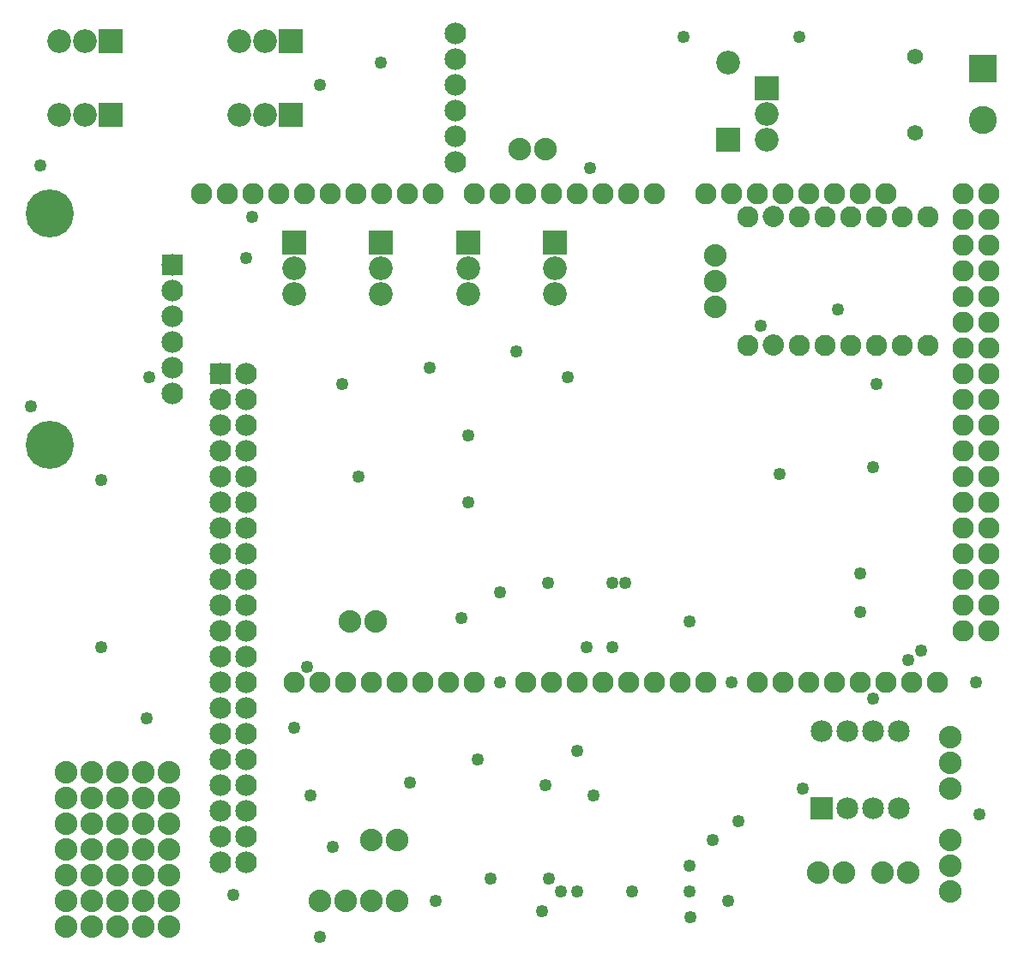
<source format=gbs>
G04 MADE WITH FRITZING*
G04 WWW.FRITZING.ORG*
G04 DOUBLE SIDED*
G04 HOLES PLATED*
G04 CONTOUR ON CENTER OF CONTOUR VECTOR*
%ASAXBY*%
%FSLAX23Y23*%
%MOIN*%
%OFA0B0*%
%SFA1.0B1.0*%
%ADD10C,0.049370*%
%ADD11C,0.082472*%
%ADD12C,0.082445*%
%ADD13C,0.082417*%
%ADD14C,0.084000*%
%ADD15C,0.187165*%
%ADD16C,0.088000*%
%ADD17C,0.085000*%
%ADD18C,0.082917*%
%ADD19C,0.092000*%
%ADD20C,0.061496*%
%ADD21C,0.109055*%
%ADD22R,0.084000X0.084000*%
%ADD23R,0.085000X0.085000*%
%ADD24R,0.092000X0.092000*%
%ADD25R,0.109055X0.109055*%
%ADD26R,0.001000X0.001000*%
%LNMASK0*%
G90*
G70*
G54D10*
X919Y2982D03*
X2244Y732D03*
X2057Y770D03*
X1182Y182D03*
X1632Y320D03*
X1844Y408D03*
X2769Y320D03*
X2807Y632D03*
X3744Y657D03*
X3519Y1295D03*
X3282Y1445D03*
X1419Y3582D03*
X1332Y1970D03*
X1757Y1870D03*
X1757Y2132D03*
X2144Y2357D03*
X1082Y995D03*
X1232Y532D03*
X519Y2357D03*
X332Y1307D03*
G54D11*
X2844Y2482D03*
X3544Y2982D03*
X3444Y2982D03*
X3344Y2982D03*
X3244Y2982D03*
X3144Y2982D03*
G54D12*
X3044Y2982D03*
G54D11*
X2844Y2982D03*
G54D12*
X3544Y2482D03*
G54D13*
X3444Y2482D03*
G54D12*
X3344Y2482D03*
G54D11*
X3244Y2482D03*
G54D12*
X3144Y2482D03*
G54D13*
X3044Y2482D03*
G54D10*
X2707Y557D03*
X1882Y1520D03*
X2232Y3170D03*
X2070Y407D03*
X2594Y3682D03*
X3044Y3682D03*
X57Y2245D03*
G54D14*
X607Y2794D03*
X607Y2694D03*
X607Y2594D03*
X607Y2494D03*
X607Y2394D03*
X607Y2294D03*
G54D10*
X844Y345D03*
X94Y3182D03*
X1144Y732D03*
X2394Y357D03*
X2182Y357D03*
X2119Y357D03*
X2044Y282D03*
X2620Y257D03*
X2619Y357D03*
X2619Y457D03*
X2181Y905D03*
X3469Y1257D03*
X332Y1957D03*
X894Y2820D03*
X3344Y2332D03*
X3282Y1595D03*
X2319Y1557D03*
X2619Y1407D03*
X1794Y870D03*
X1132Y1232D03*
X2219Y1307D03*
X2069Y1557D03*
X2319Y1307D03*
X2369Y1557D03*
X1732Y1420D03*
X3732Y1170D03*
X1532Y782D03*
G54D14*
X1707Y3695D03*
X1707Y3595D03*
X1707Y3495D03*
X1707Y3395D03*
X1707Y3295D03*
X1707Y3195D03*
X1707Y3695D03*
X1707Y3595D03*
X1707Y3495D03*
X1707Y3395D03*
X1707Y3295D03*
X1707Y3195D03*
G54D10*
X3057Y757D03*
G54D15*
X132Y2095D03*
X132Y2995D03*
G54D10*
X1607Y2395D03*
X1944Y2457D03*
X1269Y2332D03*
X1182Y3495D03*
X3332Y1107D03*
X1882Y1170D03*
X507Y1032D03*
X2782Y1170D03*
X3194Y2620D03*
X2969Y1982D03*
X3332Y2007D03*
G54D16*
X594Y220D03*
X494Y220D03*
X394Y220D03*
X294Y220D03*
X194Y220D03*
X594Y820D03*
X494Y820D03*
X394Y820D03*
X294Y820D03*
X194Y820D03*
X194Y620D03*
X294Y620D03*
X394Y620D03*
X494Y620D03*
X494Y320D03*
X494Y420D03*
X194Y320D03*
X194Y420D03*
X294Y320D03*
X294Y420D03*
X394Y320D03*
X394Y420D03*
X594Y320D03*
X594Y420D03*
X1182Y320D03*
X1282Y320D03*
X194Y720D03*
X294Y720D03*
X394Y720D03*
X494Y720D03*
X1482Y320D03*
X494Y520D03*
X594Y520D03*
X1397Y1407D03*
X1297Y1407D03*
X194Y520D03*
X294Y520D03*
X394Y520D03*
X594Y720D03*
X1382Y320D03*
X594Y620D03*
G54D10*
X2894Y2557D03*
G54D17*
X3132Y682D03*
X3132Y982D03*
X3232Y682D03*
X3232Y982D03*
X3332Y682D03*
X3332Y982D03*
X3432Y682D03*
X3432Y982D03*
G54D14*
X894Y2370D03*
X894Y2270D03*
X894Y2170D03*
X894Y2070D03*
X894Y1970D03*
X894Y1870D03*
X894Y1770D03*
X894Y1670D03*
X894Y1570D03*
X894Y1470D03*
X894Y1370D03*
X894Y1270D03*
X894Y1170D03*
X894Y1070D03*
X894Y970D03*
X894Y870D03*
X894Y770D03*
X894Y670D03*
X894Y570D03*
X894Y470D03*
X794Y2370D03*
X794Y2270D03*
X794Y2170D03*
X794Y2070D03*
X794Y1970D03*
X794Y1870D03*
X794Y1770D03*
X794Y1670D03*
X794Y1570D03*
X794Y1470D03*
X794Y1370D03*
X794Y1270D03*
X794Y1170D03*
X794Y1070D03*
X794Y970D03*
X794Y870D03*
X794Y770D03*
X794Y670D03*
X794Y570D03*
X794Y470D03*
G54D18*
X2982Y1170D03*
X1382Y1170D03*
X3082Y1170D03*
X3182Y1170D03*
X3282Y1170D03*
X3382Y1170D03*
X3682Y2570D03*
X3482Y1170D03*
X3582Y1170D03*
X1422Y3070D03*
X1982Y1170D03*
X2082Y1170D03*
X2182Y1170D03*
X2282Y1170D03*
X3682Y1770D03*
X2382Y1170D03*
X2482Y1170D03*
X2582Y1170D03*
X2682Y1170D03*
X2182Y3070D03*
X3682Y2970D03*
X3682Y2170D03*
X3682Y1370D03*
X1022Y3070D03*
X1782Y1170D03*
X1782Y3070D03*
X3682Y2770D03*
X3682Y2370D03*
X3682Y1970D03*
X3382Y3070D03*
X3682Y1570D03*
X3282Y3070D03*
X3182Y3070D03*
X3082Y3070D03*
X2982Y3070D03*
X2882Y3070D03*
X2782Y3070D03*
X2682Y3070D03*
X822Y3070D03*
X1222Y3070D03*
X1622Y3070D03*
X1182Y1170D03*
X1582Y1170D03*
X2382Y3070D03*
X1982Y3070D03*
X3682Y3070D03*
X3682Y2870D03*
X3682Y2670D03*
X3682Y2470D03*
X3682Y2270D03*
X3682Y2070D03*
X3682Y1870D03*
X3682Y1670D03*
X3682Y1470D03*
X722Y3070D03*
X922Y3070D03*
X1122Y3070D03*
X1322Y3070D03*
X1522Y3070D03*
X1082Y1170D03*
X1282Y1170D03*
X1482Y1170D03*
X1682Y1170D03*
X2482Y3070D03*
X2282Y3070D03*
X2082Y3070D03*
X1882Y3070D03*
X3782Y3070D03*
X3782Y2970D03*
X3782Y2870D03*
X3782Y2770D03*
X3782Y2670D03*
X3782Y2570D03*
X3782Y2470D03*
X3782Y2370D03*
X3782Y2270D03*
X3782Y2170D03*
X3782Y2070D03*
X3782Y1970D03*
X3782Y1870D03*
X3782Y1770D03*
X3782Y1670D03*
X3782Y1570D03*
X3782Y1470D03*
X3782Y1370D03*
X2882Y1170D03*
G54D19*
X1419Y2882D03*
X1419Y2782D03*
X1419Y2682D03*
X2094Y2882D03*
X2094Y2782D03*
X2094Y2682D03*
X1757Y2882D03*
X1757Y2782D03*
X1757Y2682D03*
X1082Y2882D03*
X1082Y2782D03*
X1082Y2682D03*
G54D16*
X3632Y357D03*
X3632Y457D03*
X3632Y557D03*
X3632Y957D03*
X3632Y857D03*
X3632Y757D03*
X2057Y3245D03*
X1957Y3245D03*
X2719Y2832D03*
X2719Y2732D03*
X2719Y2632D03*
X3119Y432D03*
X3219Y432D03*
X1482Y557D03*
X1382Y557D03*
X3469Y432D03*
X3369Y432D03*
G54D19*
X2919Y3482D03*
X2919Y3382D03*
X2919Y3282D03*
X2769Y3282D03*
X2769Y3580D03*
G54D20*
X3494Y3307D03*
X3494Y3603D03*
G54D19*
X369Y3377D03*
X269Y3377D03*
X169Y3377D03*
X1069Y3664D03*
X969Y3664D03*
X869Y3664D03*
X369Y3664D03*
X269Y3664D03*
X169Y3664D03*
X1069Y3377D03*
X969Y3377D03*
X869Y3377D03*
G54D21*
X3757Y3557D03*
X3757Y3357D03*
G54D22*
X607Y2794D03*
G54D23*
X3132Y682D03*
G54D22*
X794Y2370D03*
G54D24*
X1419Y2882D03*
X2094Y2882D03*
X1757Y2882D03*
X1082Y2882D03*
X2919Y3482D03*
X2769Y3281D03*
X369Y3377D03*
X1069Y3664D03*
X369Y3664D03*
X1069Y3377D03*
G54D25*
X3757Y3557D03*
G54D26*
X2943Y3024D02*
X2944Y3024D01*
X2936Y3023D02*
X2952Y3023D01*
X2932Y3022D02*
X2956Y3022D01*
X2929Y3021D02*
X2959Y3021D01*
X2927Y3020D02*
X2961Y3020D01*
X2925Y3019D02*
X2963Y3019D01*
X2923Y3018D02*
X2965Y3018D01*
X2921Y3017D02*
X2966Y3017D01*
X2920Y3016D02*
X2968Y3016D01*
X2919Y3015D02*
X2969Y3015D01*
X2917Y3014D02*
X2970Y3014D01*
X2916Y3013D02*
X2971Y3013D01*
X2915Y3012D02*
X2972Y3012D01*
X2914Y3011D02*
X2973Y3011D01*
X2913Y3010D02*
X2974Y3010D01*
X2913Y3009D02*
X2975Y3009D01*
X2912Y3008D02*
X2976Y3008D01*
X2911Y3007D02*
X2977Y3007D01*
X2910Y3006D02*
X2977Y3006D01*
X2910Y3005D02*
X2978Y3005D01*
X2909Y3004D02*
X2979Y3004D01*
X2908Y3003D02*
X2979Y3003D01*
X2908Y3002D02*
X2980Y3002D01*
X2907Y3001D02*
X2980Y3001D01*
X2907Y3000D02*
X2981Y3000D01*
X2906Y2999D02*
X2981Y2999D01*
X2906Y2998D02*
X2982Y2998D01*
X2906Y2997D02*
X2982Y2997D01*
X2905Y2996D02*
X2982Y2996D01*
X2905Y2995D02*
X2983Y2995D01*
X2905Y2994D02*
X2983Y2994D01*
X2905Y2993D02*
X2983Y2993D01*
X2904Y2992D02*
X2983Y2992D01*
X2904Y2991D02*
X2984Y2991D01*
X2904Y2990D02*
X2984Y2990D01*
X2904Y2989D02*
X2984Y2989D01*
X2904Y2988D02*
X2984Y2988D01*
X2903Y2987D02*
X2984Y2987D01*
X2903Y2986D02*
X2984Y2986D01*
X2903Y2985D02*
X2984Y2985D01*
X2903Y2984D02*
X2985Y2984D01*
X2903Y2983D02*
X2985Y2983D01*
X2903Y2982D02*
X2985Y2982D01*
X2903Y2981D02*
X2984Y2981D01*
X2903Y2980D02*
X2984Y2980D01*
X2903Y2979D02*
X2984Y2979D01*
X2904Y2978D02*
X2984Y2978D01*
X2904Y2977D02*
X2984Y2977D01*
X2904Y2976D02*
X2984Y2976D01*
X2904Y2975D02*
X2984Y2975D01*
X2904Y2974D02*
X2984Y2974D01*
X2904Y2973D02*
X2983Y2973D01*
X2905Y2972D02*
X2983Y2972D01*
X2905Y2971D02*
X2983Y2971D01*
X2905Y2970D02*
X2983Y2970D01*
X2906Y2969D02*
X2982Y2969D01*
X2906Y2968D02*
X2982Y2968D01*
X2906Y2967D02*
X2981Y2967D01*
X2907Y2966D02*
X2981Y2966D01*
X2907Y2965D02*
X2980Y2965D01*
X2908Y2964D02*
X2980Y2964D01*
X2908Y2963D02*
X2979Y2963D01*
X2909Y2962D02*
X2979Y2962D01*
X2909Y2961D02*
X2978Y2961D01*
X2910Y2960D02*
X2978Y2960D01*
X2911Y2959D02*
X2977Y2959D01*
X2912Y2958D02*
X2976Y2958D01*
X2912Y2957D02*
X2975Y2957D01*
X2913Y2956D02*
X2975Y2956D01*
X2914Y2955D02*
X2974Y2955D01*
X2915Y2954D02*
X2973Y2954D01*
X2916Y2953D02*
X2972Y2953D01*
X2917Y2952D02*
X2971Y2952D01*
X2918Y2951D02*
X2970Y2951D01*
X2920Y2950D02*
X2968Y2950D01*
X2921Y2949D02*
X2967Y2949D01*
X2922Y2948D02*
X2965Y2948D01*
X2924Y2947D02*
X2964Y2947D01*
X2926Y2946D02*
X2962Y2946D01*
X2928Y2945D02*
X2960Y2945D01*
X2931Y2944D02*
X2957Y2944D01*
X2934Y2943D02*
X2954Y2943D01*
X2939Y2942D02*
X2949Y2942D01*
X2944Y2524D02*
X2944Y2524D01*
X2936Y2523D02*
X2952Y2523D01*
X2932Y2522D02*
X2956Y2522D01*
X2929Y2521D02*
X2959Y2521D01*
X2927Y2520D02*
X2961Y2520D01*
X2925Y2519D02*
X2963Y2519D01*
X2923Y2518D02*
X2965Y2518D01*
X2921Y2517D02*
X2966Y2517D01*
X2920Y2516D02*
X2968Y2516D01*
X2919Y2515D02*
X2969Y2515D01*
X2918Y2514D02*
X2970Y2514D01*
X2916Y2513D02*
X2971Y2513D01*
X2915Y2512D02*
X2972Y2512D01*
X2914Y2511D02*
X2973Y2511D01*
X2913Y2510D02*
X2974Y2510D01*
X2913Y2509D02*
X2975Y2509D01*
X2912Y2508D02*
X2976Y2508D01*
X2911Y2507D02*
X2977Y2507D01*
X2910Y2506D02*
X2977Y2506D01*
X2910Y2505D02*
X2978Y2505D01*
X2909Y2504D02*
X2979Y2504D01*
X2909Y2503D02*
X2979Y2503D01*
X2908Y2502D02*
X2980Y2502D01*
X2907Y2501D02*
X2980Y2501D01*
X2907Y2500D02*
X2981Y2500D01*
X2906Y2499D02*
X2981Y2499D01*
X2906Y2498D02*
X2982Y2498D01*
X2906Y2497D02*
X2982Y2497D01*
X2905Y2496D02*
X2982Y2496D01*
X2905Y2495D02*
X2983Y2495D01*
X2905Y2494D02*
X2983Y2494D01*
X2905Y2493D02*
X2983Y2493D01*
X2904Y2492D02*
X2983Y2492D01*
X2904Y2491D02*
X2984Y2491D01*
X2904Y2490D02*
X2984Y2490D01*
X2904Y2489D02*
X2984Y2489D01*
X2904Y2488D02*
X2984Y2488D01*
X2903Y2487D02*
X2984Y2487D01*
X2903Y2486D02*
X2984Y2486D01*
X2903Y2485D02*
X2984Y2485D01*
X2903Y2484D02*
X2985Y2484D01*
X2903Y2483D02*
X2985Y2483D01*
X2903Y2482D02*
X2985Y2482D01*
X2903Y2481D02*
X2984Y2481D01*
X2903Y2480D02*
X2984Y2480D01*
X2903Y2479D02*
X2984Y2479D01*
X2904Y2478D02*
X2984Y2478D01*
X2904Y2477D02*
X2984Y2477D01*
X2904Y2476D02*
X2984Y2476D01*
X2904Y2475D02*
X2984Y2475D01*
X2904Y2474D02*
X2984Y2474D01*
X2904Y2473D02*
X2983Y2473D01*
X2905Y2472D02*
X2983Y2472D01*
X2905Y2471D02*
X2983Y2471D01*
X2905Y2470D02*
X2983Y2470D01*
X2906Y2469D02*
X2982Y2469D01*
X2906Y2468D02*
X2982Y2468D01*
X2906Y2467D02*
X2981Y2467D01*
X2907Y2466D02*
X2981Y2466D01*
X2907Y2465D02*
X2980Y2465D01*
X2908Y2464D02*
X2980Y2464D01*
X2908Y2463D02*
X2979Y2463D01*
X2909Y2462D02*
X2979Y2462D01*
X2910Y2461D02*
X2978Y2461D01*
X2910Y2460D02*
X2978Y2460D01*
X2911Y2459D02*
X2977Y2459D01*
X2912Y2458D02*
X2976Y2458D01*
X2912Y2457D02*
X2975Y2457D01*
X2913Y2456D02*
X2975Y2456D01*
X2914Y2455D02*
X2974Y2455D01*
X2915Y2454D02*
X2973Y2454D01*
X2916Y2453D02*
X2972Y2453D01*
X2917Y2452D02*
X2971Y2452D01*
X2918Y2451D02*
X2970Y2451D01*
X2920Y2450D02*
X2968Y2450D01*
X2921Y2449D02*
X2967Y2449D01*
X2922Y2448D02*
X2965Y2448D01*
X2924Y2447D02*
X2964Y2447D01*
X2926Y2446D02*
X2962Y2446D01*
X2928Y2445D02*
X2960Y2445D01*
X2931Y2444D02*
X2957Y2444D01*
X2934Y2443D02*
X2954Y2443D01*
X2939Y2442D02*
X2949Y2442D01*
D02*
G04 End of Mask0*
M02*
</source>
